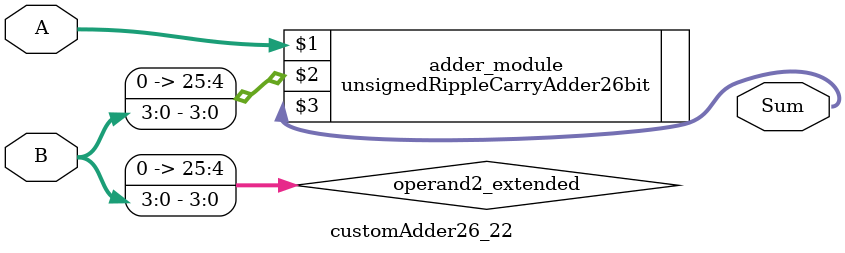
<source format=v>

module customAdder26_22(
                    input [25 : 0] A,
                    input [3 : 0] B,
                    
                    output [26 : 0] Sum
            );

    wire [25 : 0] operand2_extended;
    
    assign operand2_extended =  {22'b0, B};
    
    unsignedRippleCarryAdder26bit adder_module(
        A,
        operand2_extended,
        Sum
    );
    
endmodule
        
</source>
